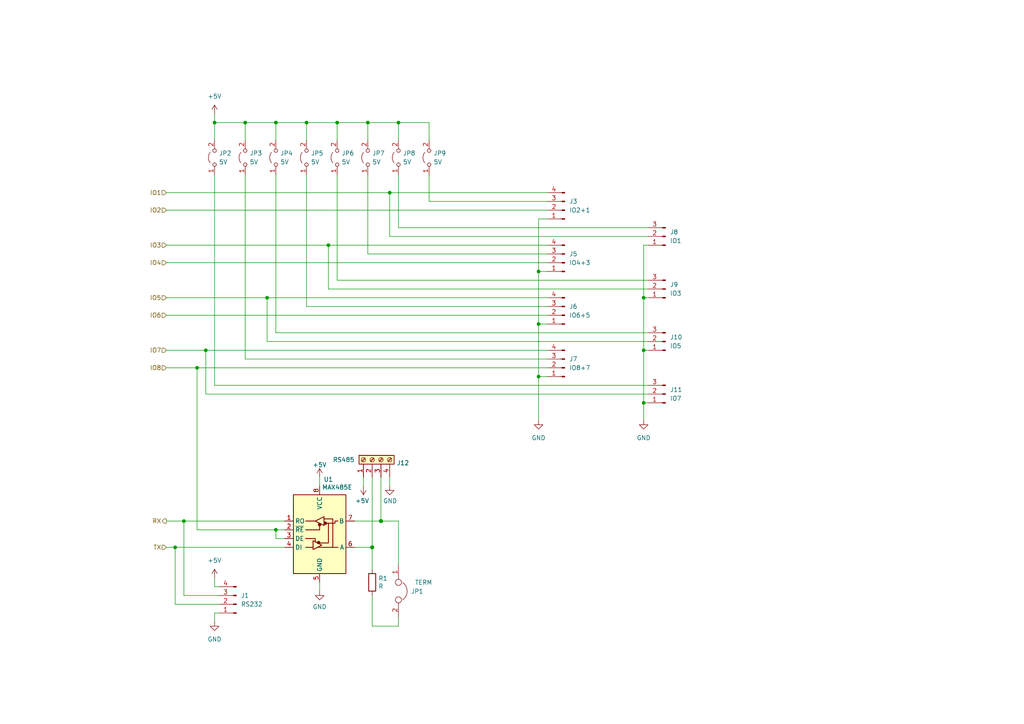
<source format=kicad_sch>
(kicad_sch (version 20211123) (generator eeschema)
  (paper "A4")
  (lib_symbols
    (symbol "Connector:Conn_01x03_Male" (pin_names (offset 1.016) hide)
      (property "Reference" "J" (at 0 5.08 0))
      (property "Value" "Conn_01x03_Male" (at 0 -5.08 0))
      (symbol "Conn_01x03_Male_1_1"
        (polyline (pts (xy 1.27 -2.54) (xy 0.8636 -2.54)) (stroke (width 0.1524)))
        (polyline (pts (xy 1.27 0) (xy 0.8636 0)) (stroke (width 0.1524)))
        (polyline (pts (xy 1.27 2.54) (xy 0.8636 2.54)) (stroke (width 0.1524)))
        (rectangle (start 0.8636 -2.413) (end 0 -2.667) (stroke (width 0.1524)) (fill (type outline)))
        (rectangle (start 0.8636 0.127) (end 0 -0.127) (stroke (width 0.1524)) (fill (type outline)))
        (rectangle (start 0.8636 2.667) (end 0 2.413) (stroke (width 0.1524)) (fill (type outline)))
        (pin passive line (at 5.08 2.54 180) (length 3.81) (name "Pin_1") (number "1"))
        (pin passive line (at 5.08 0 180) (length 3.81) (name "Pin_2") (number "2"))
        (pin passive line (at 5.08 -2.54 180) (length 3.81) (name "Pin_3") (number "3"))
      )
    )
    (symbol "Connector:Conn_01x04_Male" (pin_names (offset 1.016) hide)
      (property "Reference" "J" (at 0 5.08 0))
      (property "Value" "Conn_01x04_Male" (at 0 -7.62 0))
      (symbol "Conn_01x04_Male_1_1"
        (polyline (pts (xy 1.27 -5.08) (xy 0.8636 -5.08)) (stroke (width 0.1524)))
        (polyline (pts (xy 1.27 -2.54) (xy 0.8636 -2.54)) (stroke (width 0.1524)))
        (polyline (pts (xy 1.27 0) (xy 0.8636 0)) (stroke (width 0.1524)))
        (polyline (pts (xy 1.27 2.54) (xy 0.8636 2.54)) (stroke (width 0.1524)))
        (rectangle (start 0.8636 -4.953) (end 0 -5.207) (stroke (width 0.1524)) (fill (type outline)))
        (rectangle (start 0.8636 -2.413) (end 0 -2.667) (stroke (width 0.1524)) (fill (type outline)))
        (rectangle (start 0.8636 0.127) (end 0 -0.127) (stroke (width 0.1524)) (fill (type outline)))
        (rectangle (start 0.8636 2.667) (end 0 2.413) (stroke (width 0.1524)) (fill (type outline)))
        (pin passive line (at 5.08 2.54 180) (length 3.81) (name "Pin_1") (number "1"))
        (pin passive line (at 5.08 0 180) (length 3.81) (name "Pin_2") (number "2"))
        (pin passive line (at 5.08 -2.54 180) (length 3.81) (name "Pin_3") (number "3"))
        (pin passive line (at 5.08 -5.08 180) (length 3.81) (name "Pin_4") (number "4"))
      )
    )
    (symbol "Connector:Screw_Terminal_01x04" (pin_names (offset 1.016) hide)
      (property "Reference" "J" (at 0 5.08 0))
      (property "Value" "Screw_Terminal_01x04" (at 0 -7.62 0))
      (symbol "Screw_Terminal_01x04_1_1"
        (rectangle (start -1.27 3.81) (end 1.27 -6.35) (stroke (width 0.254)) (fill (type background)))
        (circle (center 0 -5.08) (radius 0.635) (stroke (width 0.1524)))
        (circle (center 0 -2.54) (radius 0.635) (stroke (width 0.1524)))
        (polyline (pts (xy -0.5334 -4.7498) (xy 0.3302 -5.588)) (stroke (width 0.1524)))
        (polyline (pts (xy -0.5334 -2.2098) (xy 0.3302 -3.048)) (stroke (width 0.1524)))
        (polyline (pts (xy -0.5334 0.3302) (xy 0.3302 -0.508)) (stroke (width 0.1524)))
        (polyline (pts (xy -0.5334 2.8702) (xy 0.3302 2.032)) (stroke (width 0.1524)))
        (polyline (pts (xy -0.3556 -4.572) (xy 0.508 -5.4102)) (stroke (width 0.1524)))
        (polyline (pts (xy -0.3556 -2.032) (xy 0.508 -2.8702)) (stroke (width 0.1524)))
        (polyline (pts (xy -0.3556 0.508) (xy 0.508 -0.3302)) (stroke (width 0.1524)))
        (polyline (pts (xy -0.3556 3.048) (xy 0.508 2.2098)) (stroke (width 0.1524)))
        (circle (center 0 0) (radius 0.635) (stroke (width 0.1524)))
        (circle (center 0 2.54) (radius 0.635) (stroke (width 0.1524)))
        (pin passive line (at -5.08 2.54 0) (length 3.81) (name "Pin_1") (number "1"))
        (pin passive line (at -5.08 0 0) (length 3.81) (name "Pin_2") (number "2"))
        (pin passive line (at -5.08 -2.54 0) (length 3.81) (name "Pin_3") (number "3"))
        (pin passive line (at -5.08 -5.08 0) (length 3.81) (name "Pin_4") (number "4"))
      )
    )
    (symbol "Device:Jumper" (pin_names (offset 0.762) hide)
      (property "Reference" "JP" (at 0 3.81 0))
      (property "Value" "Jumper" (at 0 -2.032 0))
      (symbol "Jumper_0_1"
        (circle (center -2.54 0) (radius 0.889))
        (arc (start 2.5146 1.27) (mid 0.0127 2.5097) (end -2.4892 1.27))
        (circle (center 2.54 0) (radius 0.889))
        (pin passive line (at -7.62 0 0) (length 4.191) (name "1") (number "1"))
        (pin passive line (at 7.62 0 180) (length 4.191) (name "2") (number "2"))
      )
    )
    (symbol "Device:R" (pin_numbers hide) (pin_names (offset 0))
      (property "Reference" "R" (at 2.032 0 90))
      (property "Value" "R" (at 0 0 90))
      (symbol "R_0_1"
        (rectangle (start -1.016 -2.54) (end 1.016 2.54) (stroke (width 0.254)))
      )
      (symbol "R_1_1"
        (pin passive line (at 0 3.81 270) (length 1.27) (name "~") (number "1"))
        (pin passive line (at 0 -3.81 90) (length 1.27) (name "~") (number "2"))
      )
    )
    (symbol "Interface_UART:MAX485E"
      (property "Reference" "U" (at -6.096 11.43 0))
      (property "Value" "MAX485E" (at 0.762 11.43 0))
      (symbol "MAX485E_0_1"
        (rectangle (start -7.62 10.16) (end 7.62 -12.7) (stroke (width 0.254)) (fill (type background)))
        (circle (center -0.3048 -3.683) (radius 0.3556) (stroke (width 0.254)) (fill (type outline)))
        (circle (center -0.0254 1.4986) (radius 0.3556) (stroke (width 0.254)) (fill (type outline)))
        (polyline (pts (xy -4.064 -5.08) (xy -1.905 -5.08)) (stroke (width 0.254)))
        (polyline (pts (xy -4.064 2.54) (xy -1.27 2.54)) (stroke (width 0.254)))
        (polyline (pts (xy -1.27 -3.2004) (xy -1.27 -3.4544)) (stroke (width 0.254)))
        (polyline (pts (xy -0.635 -5.08) (xy 5.334 -5.08)) (stroke (width 0.254)))
        (polyline (pts (xy -4.064 -2.54) (xy -1.27 -2.54) (xy -1.27 -3.175)) (stroke (width 0.254)))
        (polyline (pts (xy 0 1.27) (xy 0 0) (xy -4.064 0)) (stroke (width 0.254)))
        (polyline (pts (xy 1.27 3.175) (xy 3.81 3.175) (xy 3.81 -5.08)) (stroke (width 0.254)))
        (polyline (pts (xy 2.54 1.905) (xy 2.54 -3.81) (xy 0 -3.81)) (stroke (width 0.254)))
        (polyline (pts (xy -1.905 -3.175) (xy -1.905 -5.715) (xy 0.635 -4.445) (xy -1.905 -3.175)) (stroke (width 0.254)))
        (polyline (pts (xy -1.27 2.54) (xy 1.27 3.81) (xy 1.27 1.27) (xy -1.27 2.54)) (stroke (width 0.254)))
        (polyline (pts (xy 1.905 1.905) (xy 4.445 1.905) (xy 4.445 2.54) (xy 5.334 2.54)) (stroke (width 0.254)))
        (rectangle (start 1.27 3.175) (end 1.27 3.175))
        (circle (center 1.651 1.905) (radius 0.3556) (stroke (width 0.254)) (fill (type outline)))
      )
      (symbol "MAX485E_1_1"
        (pin output line (at -10.16 2.54 0) (length 2.54) (name "RO") (number "1"))
        (pin input line (at -10.16 0 0) (length 2.54) (name "~{RE}") (number "2"))
        (pin input line (at -10.16 -2.54 0) (length 2.54) (name "DE") (number "3"))
        (pin input line (at -10.16 -5.08 0) (length 2.54) (name "DI") (number "4"))
        (pin power_in line (at 0 -15.24 90) (length 2.54) (name "GND") (number "5"))
        (pin bidirectional line (at 10.16 -5.08 180) (length 2.54) (name "A") (number "6"))
        (pin bidirectional line (at 10.16 2.54 180) (length 2.54) (name "B") (number "7"))
        (pin power_in line (at 0 12.7 270) (length 2.54) (name "VCC") (number "8"))
      )
    )
    (symbol "Jumper:Jumper_2_Open" (pin_names (offset 0) hide)
      (property "Reference" "JP" (at 0 2.794 0))
      (property "Value" "Jumper_2_Open" (at 0 -2.286 0))
      (symbol "Jumper_2_Open_0_0"
        (circle (center -2.032 0) (radius 0.508))
        (circle (center 2.032 0) (radius 0.508))
      )
      (symbol "Jumper_2_Open_0_1"
        (arc (start 1.524 1.27) (mid 0 1.778) (end -1.524 1.27))
      )
      (symbol "Jumper_2_Open_1_1"
        (pin passive line (at -5.08 0 0) (length 2.54) (name "A") (number "1"))
        (pin passive line (at 5.08 0 180) (length 2.54) (name "B") (number "2"))
      )
    )
    (symbol "power:+5V" (power) (pin_names (offset 0))
      (property "Value" "+5V" (at 0 3.556 0))
      (symbol "+5V_0_1"
        (polyline (pts (xy -0.762 1.27) (xy 0 2.54)))
        (polyline (pts (xy 0 0) (xy 0 2.54)))
        (polyline (pts (xy 0 2.54) (xy 0.762 1.27)))
      )
      (symbol "+5V_1_1"
        (pin power_in line (at 0 0 90) (length 0) hide (name "+5V") (number "1"))
      )
    )
    (symbol "power:GND" (power) (pin_names (offset 0))
      (property "Value" "GND" (at 0 -3.81 0))
      (symbol "GND_0_1"
        (polyline (pts (xy 0 0) (xy 0 -1.27) (xy 1.27 -1.27) (xy 0 -2.54) (xy -1.27 -1.27) (xy 0 -1.27)))
      )
      (symbol "GND_1_1"
        (pin power_in line (at 0 0 270) (length 0) hide (name "GND") (number "1"))
      )
    )
  )
  (junction (at 71.12 35.56))
  (junction (at 53.34 151.13))
  (junction (at 97.79 35.56))
  (junction (at 186.69 116.84))
  (junction (at 106.68 35.56))
  (junction (at 95.25 71.12))
  (junction (at 156.21 109.22))
  (junction (at 156.21 78.74))
  (junction (at 156.21 93.98))
  (junction (at 80.01 35.56))
  (junction (at 115.57 35.56))
  (junction (at 186.69 86.36))
  (junction (at 57.15 106.68))
  (junction (at 59.69 101.6))
  (junction (at 80.01 153.67))
  (junction (at 107.95 158.75) (diameter 1.016))
  (junction (at 113.03 55.88))
  (junction (at 88.9 35.56))
  (junction (at 62.23 35.56))
  (junction (at 186.69 101.6))
  (junction (at 77.47 86.36))
  (junction (at 50.8 158.75))
  (junction (at 110.49 151.13) (diameter 1.016))
  (wire (pts (xy 48.26 106.68) (xy 57.15 106.68)))
  (wire (pts (xy 107.95 138.43) (xy 107.95 158.75)))
  (wire (pts (xy 62.23 33.02) (xy 62.23 35.56)))
  (wire (pts (xy 97.79 35.56) (xy 97.79 40.64)))
  (wire (pts (xy 48.26 60.96) (xy 158.75 60.96)))
  (wire (pts (xy 50.8 175.26) (xy 50.8 158.75)))
  (wire (pts (xy 158.75 73.66) (xy 106.68 73.66)))
  (wire (pts (xy 62.23 35.56) (xy 62.23 40.64)))
  (wire (pts (xy 97.79 81.28) (xy 97.79 50.8)))
  (wire (pts (xy 80.01 96.52) (xy 80.01 50.8)))
  (wire (pts (xy 53.34 151.13) (xy 82.55 151.13)))
  (wire (pts (xy 156.21 63.5) (xy 156.21 78.74)))
  (wire (pts (xy 71.12 104.14) (xy 71.12 50.8)))
  (wire (pts (xy 107.95 172.72) (xy 107.95 181.61)))
  (wire (pts (xy 48.26 86.36) (xy 77.47 86.36)))
  (wire (pts (xy 113.03 55.88) (xy 113.03 68.58)))
  (wire (pts (xy 115.57 35.56) (xy 124.46 35.56)))
  (wire (pts (xy 80.01 35.56) (xy 80.01 40.64)))
  (wire (pts (xy 187.96 83.82) (xy 95.25 83.82)))
  (wire (pts (xy 187.96 111.76) (xy 62.23 111.76)))
  (wire (pts (xy 63.5 177.8) (xy 62.23 177.8)))
  (wire (pts (xy 71.12 35.56) (xy 71.12 40.64)))
  (wire (pts (xy 88.9 35.56) (xy 88.9 40.64)))
  (wire (pts (xy 156.21 109.22) (xy 158.75 109.22)))
  (wire (pts (xy 115.57 151.13) (xy 115.57 163.83)))
  (wire (pts (xy 158.75 58.42) (xy 124.46 58.42)))
  (wire (pts (xy 102.87 158.75) (xy 107.95 158.75)))
  (wire (pts (xy 110.49 151.13) (xy 115.57 151.13)))
  (wire (pts (xy 156.21 78.74) (xy 156.21 93.98)))
  (wire (pts (xy 88.9 35.56) (xy 97.79 35.56)))
  (wire (pts (xy 95.25 71.12) (xy 158.75 71.12)))
  (wire (pts (xy 82.55 153.67) (xy 80.01 153.67)))
  (wire (pts (xy 107.95 181.61) (xy 115.57 181.61)))
  (wire (pts (xy 62.23 177.8) (xy 62.23 180.34)))
  (wire (pts (xy 71.12 35.56) (xy 80.01 35.56)))
  (wire (pts (xy 53.34 172.72) (xy 53.34 151.13)))
  (wire (pts (xy 97.79 35.56) (xy 106.68 35.56)))
  (wire (pts (xy 63.5 172.72) (xy 53.34 172.72)))
  (wire (pts (xy 156.21 93.98) (xy 158.75 93.98)))
  (wire (pts (xy 80.01 153.67) (xy 57.15 153.67)))
  (wire (pts (xy 59.69 114.3) (xy 59.69 101.6)))
  (wire (pts (xy 186.69 101.6) (xy 186.69 116.84)))
  (wire (pts (xy 92.71 138.43) (xy 92.71 140.97)))
  (wire (pts (xy 186.69 86.36) (xy 187.96 86.36)))
  (wire (pts (xy 50.8 158.75) (xy 82.55 158.75)))
  (wire (pts (xy 48.26 101.6) (xy 59.69 101.6)))
  (wire (pts (xy 80.01 153.67) (xy 80.01 156.21)))
  (wire (pts (xy 187.96 99.06) (xy 77.47 99.06)))
  (wire (pts (xy 156.21 78.74) (xy 158.75 78.74)))
  (wire (pts (xy 92.71 168.91) (xy 92.71 171.45)))
  (wire (pts (xy 48.26 76.2) (xy 158.75 76.2)))
  (wire (pts (xy 48.26 55.88) (xy 113.03 55.88)))
  (wire (pts (xy 105.41 138.43) (xy 105.41 140.97)))
  (wire (pts (xy 102.87 151.13) (xy 110.49 151.13)))
  (wire (pts (xy 62.23 170.18) (xy 62.23 167.64)))
  (wire (pts (xy 88.9 88.9) (xy 88.9 50.8)))
  (wire (pts (xy 115.57 66.04) (xy 115.57 50.8)))
  (wire (pts (xy 48.26 91.44) (xy 158.75 91.44)))
  (wire (pts (xy 115.57 181.61) (xy 115.57 179.07)))
  (wire (pts (xy 156.21 93.98) (xy 156.21 109.22)))
  (wire (pts (xy 158.75 88.9) (xy 88.9 88.9)))
  (wire (pts (xy 124.46 35.56) (xy 124.46 40.64)))
  (wire (pts (xy 158.75 104.14) (xy 71.12 104.14)))
  (wire (pts (xy 106.68 35.56) (xy 115.57 35.56)))
  (wire (pts (xy 63.5 170.18) (xy 62.23 170.18)))
  (wire (pts (xy 48.26 71.12) (xy 95.25 71.12)))
  (wire (pts (xy 95.25 83.82) (xy 95.25 71.12)))
  (wire (pts (xy 186.69 86.36) (xy 186.69 101.6)))
  (wire (pts (xy 57.15 106.68) (xy 158.75 106.68)))
  (wire (pts (xy 187.96 96.52) (xy 80.01 96.52)))
  (wire (pts (xy 186.69 116.84) (xy 186.69 121.92)))
  (wire (pts (xy 62.23 35.56) (xy 71.12 35.56)))
  (wire (pts (xy 113.03 138.43) (xy 113.03 140.97)))
  (wire (pts (xy 77.47 86.36) (xy 158.75 86.36)))
  (wire (pts (xy 187.96 71.12) (xy 186.69 71.12)))
  (wire (pts (xy 106.68 73.66) (xy 106.68 50.8)))
  (wire (pts (xy 115.57 35.56) (xy 115.57 40.64)))
  (wire (pts (xy 110.49 138.43) (xy 110.49 151.13)))
  (wire (pts (xy 187.96 81.28) (xy 97.79 81.28)))
  (wire (pts (xy 187.96 114.3) (xy 59.69 114.3)))
  (wire (pts (xy 124.46 58.42) (xy 124.46 50.8)))
  (wire (pts (xy 62.23 111.76) (xy 62.23 50.8)))
  (wire (pts (xy 187.96 68.58) (xy 113.03 68.58)))
  (wire (pts (xy 82.55 156.21) (xy 80.01 156.21)))
  (wire (pts (xy 156.21 109.22) (xy 156.21 121.92)))
  (wire (pts (xy 77.47 99.06) (xy 77.47 86.36)))
  (wire (pts (xy 106.68 35.56) (xy 106.68 40.64)))
  (wire (pts (xy 48.26 151.13) (xy 53.34 151.13)))
  (wire (pts (xy 48.26 158.75) (xy 50.8 158.75)))
  (wire (pts (xy 186.69 71.12) (xy 186.69 86.36)))
  (wire (pts (xy 158.75 63.5) (xy 156.21 63.5)))
  (wire (pts (xy 107.95 158.75) (xy 107.95 165.1)))
  (wire (pts (xy 186.69 116.84) (xy 187.96 116.84)))
  (wire (pts (xy 187.96 66.04) (xy 115.57 66.04)))
  (wire (pts (xy 80.01 35.56) (xy 88.9 35.56)))
  (wire (pts (xy 63.5 175.26) (xy 50.8 175.26)))
  (wire (pts (xy 186.69 101.6) (xy 187.96 101.6)))
  (wire (pts (xy 57.15 153.67) (xy 57.15 106.68)))
  (wire (pts (xy 113.03 55.88) (xy 158.75 55.88)))
  (wire (pts (xy 59.69 101.6) (xy 158.75 101.6)))
  (hierarchical_label "RX" (shape output) (at 48.26 151.13 180))
  (hierarchical_label "IO6" (shape input) (at 48.26 91.44 180))
  (hierarchical_label "TX" (shape input) (at 48.26 158.75 180))
  (hierarchical_label "IO2" (shape input) (at 48.26 60.96 180))
  (hierarchical_label "IO7" (shape input) (at 48.26 101.6 180))
  (hierarchical_label "IO5" (shape input) (at 48.26 86.36 180))
  (hierarchical_label "IO4" (shape input) (at 48.26 76.2 180))
  (hierarchical_label "IO1" (shape input) (at 48.26 55.88 180))
  (hierarchical_label "IO3" (shape input) (at 48.26 71.12 180))
  (hierarchical_label "IO8" (shape input) (at 48.26 106.68 180))
  (symbol (lib_id "Jumper:Jumper_2_Open") (at 80.01 45.72 90) (unit 1)
    (property "Reference" "JP4" (at 81.28 44.4499 90) (effects (justify right)))
    (property "Value" "5V" (at 81.28 46.9899 90) (effects (justify right)))
    (property "Footprint" "Connector_PinHeader_2.54mm:PinHeader_1x02_P2.54mm_Vertical" (effects hide))
  )
  (symbol (lib_id "Jumper:Jumper_2_Open") (at 106.68 45.72 90) (unit 1)
    (property "Reference" "JP7" (at 107.95 44.4499 90) (effects (justify right)))
    (property "Value" "5V" (at 107.95 46.9899 90) (effects (justify right)))
    (property "Footprint" "Connector_PinHeader_2.54mm:PinHeader_1x02_P2.54mm_Vertical" (effects hide))
  )
  (symbol (lib_id "Jumper:Jumper_2_Open") (at 88.9 45.72 90) (unit 1)
    (property "Reference" "JP5" (at 90.17 44.4499 90) (effects (justify right)))
    (property "Value" "5V" (at 90.17 46.9899 90) (effects (justify right)))
    (property "Footprint" "Connector_PinHeader_2.54mm:PinHeader_1x02_P2.54mm_Vertical" (effects hide))
  )
  (symbol (lib_id "Device:Jumper") (at 115.57 171.45 270) (unit 1)
    (property "Reference" "JP1" (at 122.8343 171.5326 90) (effects (justify right)))
    (property "Value" "TERM" (at 125.3743 168.9291 90) (effects (justify right)))
    (property "Footprint" "Connector_PinHeader_2.54mm:PinHeader_1x02_P2.54mm_Vertical" (effects hide))
  )
  (symbol (lib_id "power:GND") (at 62.23 180.34 0) (unit 1)
    (property "Reference" "#PWR0130" (effects hide))
    (property "Value" "GND" (at 62.23 185.42 0))
  )
  (symbol (lib_id "power:+5V") (at 105.41 140.97 180) (unit 1)
    (property "Reference" "#PWR0126" (effects hide))
    (property "Value" "+5V" (at 102.997 145.2589 0) (effects (justify right)))
  )
  (symbol (lib_id "power:+5V") (at 62.23 167.64 0) (unit 1)
    (property "Reference" "#PWR0131" (effects hide))
    (property "Value" "+5V" (at 62.23 162.56 0))
  )
  (symbol (lib_id "power:+5V") (at 62.23 33.02 0) (unit 1)
    (property "Reference" "#PWR0128" (effects hide))
    (property "Value" "+5V" (at 62.23 27.94 0))
  )
  (symbol (lib_id "power:GND") (at 92.71 171.45 0) (unit 1)
    (property "Reference" "#PWR0125" (effects hide))
    (property "Value" "GND" (at 92.71 176.0124 0))
  )
  (symbol (lib_id "Jumper:Jumper_2_Open") (at 71.12 45.72 90) (unit 1)
    (property "Reference" "JP3" (at 72.39 44.4499 90) (effects (justify right)))
    (property "Value" "5V" (at 72.39 46.9899 90) (effects (justify right)))
    (property "Footprint" "Connector_PinHeader_2.54mm:PinHeader_1x02_P2.54mm_Vertical" (effects hide))
  )
  (symbol (lib_id "Jumper:Jumper_2_Open") (at 115.57 45.72 90) (unit 1)
    (property "Reference" "JP8" (at 116.84 44.4499 90) (effects (justify right)))
    (property "Value" "5V" (at 116.84 46.9899 90) (effects (justify right)))
    (property "Footprint" "Connector_PinHeader_2.54mm:PinHeader_1x02_P2.54mm_Vertical" (effects hide))
  )
  (symbol (lib_id "power:GND") (at 156.21 121.92 0) (unit 1)
    (property "Reference" "#PWR0127" (effects hide))
    (property "Value" "GND" (at 156.21 127 0))
  )
  (symbol (lib_id "Jumper:Jumper_2_Open") (at 124.46 45.72 90) (unit 1)
    (property "Reference" "JP9" (at 125.73 44.4499 90) (effects (justify right)))
    (property "Value" "5V" (at 125.73 46.9899 90) (effects (justify right)))
    (property "Footprint" "Connector_PinHeader_2.54mm:PinHeader_1x02_P2.54mm_Vertical" (effects hide))
  )
  (symbol (lib_id "Connector:Screw_Terminal_01x04") (at 107.95 133.35 90) (unit 1)
    (property "Reference" "J12" (at 115.062 134.283 90) (effects (justify right)))
    (property "Value" "RS485" (at 96.52 133.35 90) (effects (justify right)))
    (property "Footprint" "TerminalBlock_4Ucon:TerminalBlock_4Ucon_1x04_P3.50mm_Horizontal" (effects hide))
  )
  (symbol (lib_id "power:GND") (at 186.69 121.92 0) (unit 1)
    (property "Reference" "#PWR0129" (effects hide))
    (property "Value" "GND" (at 186.69 127 0))
  )
  (symbol (lib_id "Connector:Conn_01x04_Male") (at 163.83 76.2 180) (unit 1)
    (property "Reference" "J5" (at 165.1 73.6599 0) (effects (justify right)))
    (property "Value" "IO4+3" (at 165.1 76.1999 0) (effects (justify right)))
    (property "Footprint" "Connector_Molex:Molex_KK-254_AE-6410-04A_1x04_P2.54mm_Vertical" (effects hide))
  )
  (symbol (lib_id "power:GND") (at 113.03 140.97 0) (unit 1)
    (property "Reference" "#PWR0105" (effects hide))
    (property "Value" "GND" (at 113.1443 145.2944 0))
  )
  (symbol (lib_id "Connector:Conn_01x03_Male") (at 193.04 99.06 180) (unit 1)
    (property "Reference" "J10" (at 194.31 97.7899 0) (effects (justify right)))
    (property "Value" "IO5" (at 194.31 100.3299 0) (effects (justify right)))
    (property "Footprint" "Connector_Molex:Molex_KK-254_AE-6410-03A_1x03_P2.54mm_Vertical" (effects hide))
  )
  (symbol (lib_id "Interface_UART:MAX485E") (at 92.71 153.67 0) (unit 1)
    (property "Reference" "U1" (at 95.25 139.0458 0))
    (property "Value" "MAX485E" (at 97.79 141.3445 0))
    (property "Footprint" "Package_DIP:DIP-8_W7.62mm_LongPads" (effects hide))
    (property "Datasheet" "https://datasheets.maximintegrated.com/en/ds/MAX1487E-MAX491E.pdf" (effects hide))
  )
  (symbol (lib_id "Jumper:Jumper_2_Open") (at 97.79 45.72 90) (unit 1)
    (property "Reference" "JP6" (at 99.06 44.4499 90) (effects (justify right)))
    (property "Value" "5V" (at 99.06 46.9899 90) (effects (justify right)))
    (property "Footprint" "Connector_PinHeader_2.54mm:PinHeader_1x02_P2.54mm_Vertical" (effects hide))
  )
  (symbol (lib_id "Jumper:Jumper_2_Open") (at 62.23 45.72 90) (unit 1)
    (property "Reference" "JP2" (at 63.5 44.4499 90) (effects (justify right)))
    (property "Value" "5V" (at 63.5 46.9899 90) (effects (justify right)))
    (property "Footprint" "Connector_PinHeader_2.54mm:PinHeader_1x02_P2.54mm_Vertical" (effects hide))
  )
  (symbol (lib_id "Device:R") (at 107.95 168.91 0) (unit 1)
    (property "Reference" "R1" (at 109.7281 167.7606 0) (effects (justify left)))
    (property "Value" "R" (at 109.7281 170.0593 0) (effects (justify left)))
    (property "Footprint" "Resistor_THT:R_Axial_DIN0204_L3.6mm_D1.6mm_P5.08mm_Horizontal" (effects hide))
  )
  (symbol (lib_id "power:+5V") (at 92.71 138.43 0) (unit 1)
    (property "Reference" "#PWR0109" (effects hide))
    (property "Value" "+5V" (at 92.71 134.8255 0))
  )
  (symbol (lib_id "Connector:Conn_01x03_Male") (at 193.04 68.58 180) (unit 1)
    (property "Reference" "J8" (at 194.31 67.3099 0) (effects (justify right)))
    (property "Value" "IO1" (at 194.31 69.8499 0) (effects (justify right)))
    (property "Footprint" "Connector_Molex:Molex_KK-254_AE-6410-03A_1x03_P2.54mm_Vertical" (effects hide))
  )
  (symbol (lib_id "Connector:Conn_01x04_Male") (at 163.83 106.68 180) (unit 1)
    (property "Reference" "J7" (at 165.1 104.1399 0) (effects (justify right)))
    (property "Value" "IO8+7" (at 165.1 106.6799 0) (effects (justify right)))
    (property "Footprint" "Connector_Molex:Molex_KK-254_AE-6410-04A_1x04_P2.54mm_Vertical" (effects hide))
  )
  (symbol (lib_id "Connector:Conn_01x03_Male") (at 193.04 83.82 180) (unit 1)
    (property "Reference" "J9" (at 194.31 82.5499 0) (effects (justify right)))
    (property "Value" "IO3" (at 194.31 85.0899 0) (effects (justify right)))
    (property "Footprint" "Connector_Molex:Molex_KK-254_AE-6410-03A_1x03_P2.54mm_Vertical" (effects hide))
  )
  (symbol (lib_id "Connector:Conn_01x04_Male") (at 163.83 60.96 180) (unit 1)
    (property "Reference" "J3" (at 165.1 58.4199 0) (effects (justify right)))
    (property "Value" "IO2+1" (at 165.1 60.9599 0) (effects (justify right)))
    (property "Footprint" "Connector_Molex:Molex_KK-254_AE-6410-04A_1x04_P2.54mm_Vertical" (effects hide))
  )
  (symbol (lib_id "Connector:Conn_01x04_Male") (at 68.58 175.26 180) (unit 1)
    (property "Reference" "J1" (at 69.85 172.7199 0) (effects (justify right)))
    (property "Value" "RS232" (at 69.85 175.2599 0) (effects (justify right)))
    (property "Footprint" "Connector_Molex:Molex_KK-254_AE-6410-04A_1x04_P2.54mm_Vertical" (effects hide))
  )
  (symbol (lib_id "Connector:Conn_01x03_Male") (at 193.04 114.3 180) (unit 1)
    (property "Reference" "J11" (at 194.31 113.0299 0) (effects (justify right)))
    (property "Value" "IO7" (at 194.31 115.5699 0) (effects (justify right)))
    (property "Footprint" "Connector_Molex:Molex_KK-254_AE-6410-03A_1x03_P2.54mm_Vertical" (effects hide))
  )
  (symbol (lib_id "Connector:Conn_01x04_Male") (at 163.83 91.44 180) (unit 1)
    (property "Reference" "J6" (at 165.1 88.8999 0) (effects (justify right)))
    (property "Value" "IO6+5" (at 165.1 91.4399 0) (effects (justify right)))
    (property "Footprint" "Connector_Molex:Molex_KK-254_AE-6410-04A_1x04_P2.54mm_Vertical" (effects hide))
  )
)
</source>
